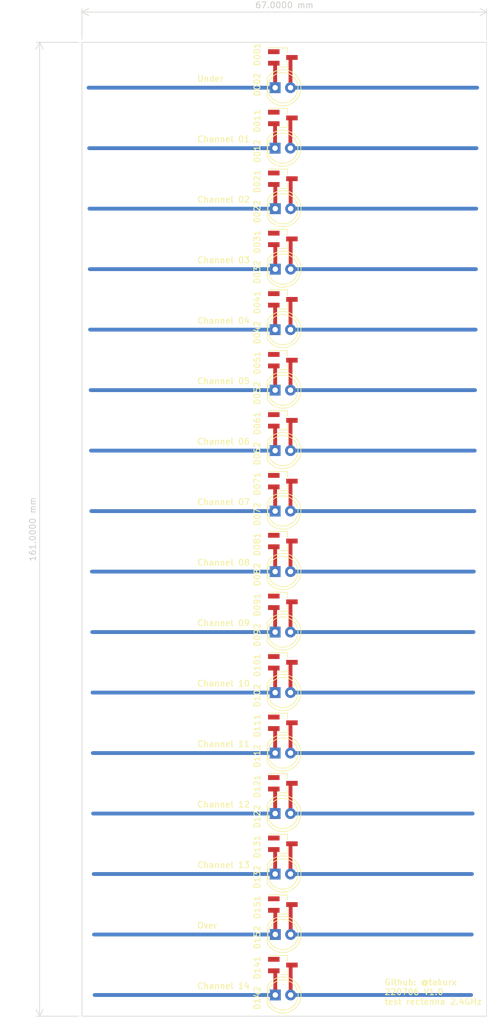
<source format=kicad_pcb>
(kicad_pcb (version 20211014) (generator pcbnew)
  (title_block (title "test rectenna 2.4GHz PCB") (date "2022-07-06") (rev "1.0") (company "drawed by takurx"))
  (layers (0 "F.Cu" signal) (31 "B.Cu" signal) (34 "B.Paste" user) (35 "F.Paste" user) (36 "B.SilkS" user "B.Silkscreen") (37 "F.SilkS" user "F.Silkscreen") (38 "B.Mask" user) (39 "F.Mask" user) (44 "Edge.Cuts" user))
  (net 0 "")
  (net 1 "Net-(D001-Pad1)")
  (net 2 "Net-(D001-Pad2)")
  (net 3 "Net-(D011-Pad1)")
  (net 4 "Net-(D011-Pad2)")
  (net 5 "Net-(D021-Pad1)")
  (net 6 "Net-(D021-Pad2)")
  (net 7 "Net-(D031-Pad1)")
  (net 8 "Net-(D031-Pad2)")
  (net 9 "Net-(D042-Pad1)")
  (net 10 "Net-(D042-Pad2)")
  (net 11 "Net-(D051-Pad1)")
  (net 12 "Net-(D051-Pad2)")
  (net 13 "Net-(D061-Pad1)")
  (net 14 "Net-(D061-Pad2)")
  (net 15 "Net-(D071-Pad1)")
  (net 16 "Net-(D071-Pad2)")
  (net 17 "Net-(D081-Pad1)")
  (net 18 "Net-(D081-Pad2)")
  (net 19 "Net-(D091-Pad1)")
  (net 20 "Net-(D091-Pad2)")
  (net 21 "Net-(D101-Pad1)")
  (net 22 "Net-(D101-Pad2)")
  (net 23 "Net-(D111-Pad1)")
  (net 24 "Net-(D111-Pad2)")
  (net 25 "Net-(D121-Pad1)")
  (net 26 "Net-(D121-Pad2)")
  (net 27 "Net-(D131-Pad1)")
  (net 28 "Net-(D131-Pad2)")
  (net 29 "Net-(D141-Pad1)")
  (net 30 "Net-(D141-Pad2)")
  (net 31 "Net-(D151-Pad1)")
  (net 32 "Net-(D151-Pad2)")
  (footprint "kicad_teTra_footprint:1SS154_SOT-23_Handsoldering" (layer "F.Cu") (at 121.25 168.55)
    (fp_text reference "D151" (at -4.25 0.45 90) (layer "F.SilkS"))
    (fp_text value "DIODE")
    (fp_line (start 0.76 -1.58) (end -2.4 -1.58) (layer "F.SilkS") (width 0.12))
    (fp_line (start 0.76 1.58) (end 0.76 0.65) (layer "F.SilkS") (width 0.12))
    (fp_line (start 0.76 1.58) (end -0.7 1.58) (layer "F.SilkS") (width 0.12))
    (fp_line (start 0.76 -1.58) (end 0.76 -0.65) (layer "F.SilkS") (width 0.12))
    (pad "" smd rect (at -1.5 -0.95) (size 1.9 0.8) (layers "F.Cu" "F.Paste" "F.Mask"))
    (pad "1" smd rect (at -1.5 0.95) (size 1.9 0.8) (layers "F.Cu" "F.Paste" "F.Mask") (net 31 "Net-(D151-Pad1)"))
    (pad "2" smd rect (at 1.5 0) (size 1.9 0.8) (layers "F.Cu" "F.Paste" "F.Mask") (net 32 "Net-(D151-Pad2)"))
  )
  (footprint "LED_THT:LED_D5.0mm" (layer "F.Cu") (at 120 53.5)
    (fp_text reference "D022" (at -3 0.5 90) (layer "F.SilkS"))
    (fp_text value "LED")
    (fp_line (start -1.29 -1.545) (end -1.29 1.545) (layer "F.SilkS") (width 0.12))
    (fp_arc (start -1.29 -1.54483) (mid 2.072002 -2.880433) (end 4.26 0.000462) (layer "F.SilkS") (width 0.12))
    (fp_arc (start 4.26 -0.000462) (mid 2.072002 2.880433) (end -1.29 1.54483) (layer "F.SilkS") (width 0.12))
    (fp_circle (center 1.27 0) (end 3.77 0) (layer "F.SilkS") (width 0.12) (fill none))
    (pad "1" thru_hole rect locked (at 0 0) (size 1.8 1.8) (drill 0.9) (layers *.Cu *.Mask) (net 5 "Net-(D021-Pad1)"))
    (pad "2" thru_hole circle locked (at 2.54 0) (size 1.8 1.8) (drill 0.9) (layers *.Cu *.Mask) (net 6 "Net-(D021-Pad2)"))
  )
  (footprint "kicad_teTra_footprint:1SS154_SOT-23_Handsoldering" (layer "F.Cu") (at 121.25 178.55)
    (fp_text reference "D141" (at -4.25 0.45 90) (layer "F.SilkS"))
    (fp_text value "DIODE")
    (fp_line (start 0.76 1.58) (end 0.76 0.65) (layer "F.SilkS") (width 0.12))
    (fp_line (start 0.76 -1.58) (end -2.4 -1.58) (layer "F.SilkS") (width 0.12))
    (fp_line (start 0.76 1.58) (end -0.7 1.58) (layer "F.SilkS") (width 0.12))
    (fp_line (start 0.76 -1.58) (end 0.76 -0.65) (layer "F.SilkS") (width 0.12))
    (pad "" smd rect (at -1.5 -0.95) (size 1.9 0.8) (layers "F.Cu" "F.Paste" "F.Mask"))
    (pad "1" smd rect (at -1.5 0.95) (size 1.9 0.8) (layers "F.Cu" "F.Paste" "F.Mask") (net 29 "Net-(D141-Pad1)"))
    (pad "2" smd rect (at 1.5 0) (size 1.9 0.8) (layers "F.Cu" "F.Paste" "F.Mask") (net 30 "Net-(D141-Pad2)"))
  )
  (footprint "LED_THT:LED_D5.0mm" (layer "F.Cu") (at 119.975 123.5)
    (fp_text reference "D092" (at -2.975 0.5 90) (layer "F.SilkS"))
    (fp_text value "LED")
    (fp_line (start -1.29 -1.545) (end -1.29 1.545) (layer "F.SilkS") (width 0.12))
    (fp_arc (start -1.29 -1.54483) (mid 2.072002 -2.880433) (end 4.26 0.000462) (layer "F.SilkS") (width 0.12))
    (fp_arc (start 4.26 -0.000462) (mid 2.072002 2.880433) (end -1.29 1.54483) (layer "F.SilkS") (width 0.12))
    (fp_circle (center 1.27 0) (end 3.77 0) (layer "F.SilkS") (width 0.12) (fill none))
    (pad "1" thru_hole rect locked (at 0 0) (size 1.8 1.8) (drill 0.9) (layers *.Cu *.Mask) (net 19 "Net-(D091-Pad1)"))
    (pad "2" thru_hole circle locked (at 2.54 0) (size 1.8 1.8) (drill 0.9) (layers *.Cu *.Mask) (net 20 "Net-(D091-Pad2)"))
  )
  (footprint "LED_THT:LED_D5.0mm" (layer "F.Cu") (at 119.975 143.5)
    (fp_text reference "D112" (at -2.975 0.5 90) (layer "F.SilkS"))
    (fp_text value "LED")
    (fp_line (start -1.29 -1.545) (end -1.29 1.545) (layer "F.SilkS") (width 0.12))
    (fp_arc (start 4.26 -0.000462) (mid 2.072002 2.880433) (end -1.29 1.54483) (layer "F.SilkS") (width 0.12))
    (fp_arc (start -1.29 -1.54483) (mid 2.072002 -2.880433) (end 4.26 0.000462) (layer "F.SilkS") (width 0.12))
    (fp_circle (center 1.27 0) (end 3.77 0) (layer "F.SilkS") (width 0.12) (fill none))
    (pad "1" thru_hole rect locked (at 0 0) (size 1.8 1.8) (drill 0.9) (layers *.Cu *.Mask) (net 23 "Net-(D111-Pad1)"))
    (pad "2" thru_hole circle locked (at 2.54 0) (size 1.8 1.8) (drill 0.9) (layers *.Cu *.Mask) (net 24 "Net-(D111-Pad2)"))
  )
  (footprint "LED_THT:LED_D5.0mm" (layer "F.Cu") (at 119.975 133.5)
    (fp_text reference "D102" (at -2.975 0.5 90) (layer "F.SilkS"))
    (fp_text value "LED")
    (fp_line (start -1.29 -1.545) (end -1.29 1.545) (layer "F.SilkS") (width 0.12))
    (fp_arc (start 4.26 -0.000462) (mid 2.072002 2.880433) (end -1.29 1.54483) (layer "F.SilkS") (width 0.12))
    (fp_arc (start -1.29 -1.54483) (mid 2.072002 -2.880433) (end 4.26 0.000462) (layer "F.SilkS") (width 0.12))
    (fp_circle (center 1.27 0) (end 3.77 0) (layer "F.SilkS") (width 0.12) (fill none))
    (pad "1" thru_hole rect locked (at 0 0) (size 1.8 1.8) (drill 0.9) (layers *.Cu *.Mask) (net 21 "Net-(D101-Pad1)"))
    (pad "2" thru_hole circle locked (at 2.54 0) (size 1.8 1.8) (drill 0.9) (layers *.Cu *.Mask) (net 22 "Net-(D101-Pad2)"))
  )
  (footprint "kicad_teTra_footprint:1SS154_SOT-23_Handsoldering" (layer "F.Cu") (at 121.25 108.45)
    (fp_text reference "D081" (at -4.25 0.55 90) (layer "F.SilkS"))
    (fp_text value "DIODE")
    (fp_line (start 0.76 1.58) (end -0.7 1.58) (layer "F.SilkS") (width 0.12))
    (fp_line (start 0.76 -1.58) (end 0.76 -0.65) (layer "F.SilkS") (width 0.12))
    (fp_line (start 0.76 1.58) (end 0.76 0.65) (layer "F.SilkS") (width 0.12))
    (fp_line (start 0.76 -1.58) (end -2.4 -1.58) (layer "F.SilkS") (width 0.12))
    (pad "" smd rect (at -1.5 -0.95) (size 1.9 0.8) (layers "F.Cu" "F.Paste" "F.Mask"))
    (pad "1" smd rect (at -1.5 0.95) (size 1.9 0.8) (layers "F.Cu" "F.Paste" "F.Mask") (net 17 "Net-(D081-Pad1)"))
    (pad "2" smd rect (at 1.5 0) (size 1.9 0.8) (layers "F.Cu" "F.Paste" "F.Mask") (net 18 "Net-(D081-Pad2)"))
  )
  (footprint "kicad_teTra_footprint:1SS154_SOT-23_Handsoldering" (layer "F.Cu") (at 121.25 78.55)
    (fp_text reference "D051" (at -4.25 0.45 90) (layer "F.SilkS"))
    (fp_text value "DIODE")
    (fp_line (start 0.76 -1.58) (end 0.76 -0.65) (layer "F.SilkS") (width 0.12))
    (fp_line (start 0.76 -1.58) (end -2.4 -1.58) (layer "F.SilkS") (width 0.12))
    (fp_line (start 0.76 1.58) (end 0.76 0.65) (layer "F.SilkS") (width 0.12))
    (fp_line (start 0.76 1.58) (end -0.7 1.58) (layer "F.SilkS") (width 0.12))
    (pad "" smd rect (at -1.5 -0.95) (size 1.9 0.8) (layers "F.Cu" "F.Paste" "F.Mask"))
    (pad "1" smd rect (at -1.5 0.95) (size 1.9 0.8) (layers "F.Cu" "F.Paste" "F.Mask") (net 11 "Net-(D051-Pad1)"))
    (pad "2" smd rect (at 1.5 0) (size 1.9 0.8) (layers "F.Cu" "F.Paste" "F.Mask") (net 12 "Net-(D051-Pad2)"))
  )
  (footprint "LED_THT:LED_D5.0mm" (layer "F.Cu") (at 119.975 163.5)
    (fp_text reference "D132" (at -2.975 0.5 90) (layer "F.SilkS"))
    (fp_text value "LED")
    (fp_line (start -1.29 -1.545) (end -1.29 1.545) (layer "F.SilkS") (width 0.12))
    (fp_arc (start 4.26 -0.000462) (mid 2.072002 2.880433) (end -1.29 1.54483) (layer "F.SilkS") (width 0.12))
    (fp_arc (start -1.29 -1.54483) (mid 2.072002 -2.880433) (end 4.26 0.000462) (layer "F.SilkS") (width 0.12))
    (fp_circle (center 1.27 0) (end 3.77 0) (layer "F.SilkS") (width 0.12) (fill none))
    (pad "1" thru_hole rect locked (at 0 0) (size 1.8 1.8) (drill 0.9) (layers *.Cu *.Mask) (net 27 "Net-(D131-Pad1)"))
    (pad "2" thru_hole circle locked (at 2.54 0) (size 1.8 1.8) (drill 0.9) (layers *.Cu *.Mask) (net 28 "Net-(D131-Pad2)"))
  )
  (footprint "kicad_teTra_footprint:1SS154_SOT-23_Handsoldering" (layer "F.Cu") (at 121.25 98.55)
    (fp_text reference "D071" (at -4.25 0.45 90) (layer "F.SilkS"))
    (fp_text value "DIODE")
    (fp_line (start 0.76 1.58) (end 0.76 0.65) (layer "F.SilkS") (width 0.12))
    (fp_line (start 0.76 1.58) (end -0.7 1.58) (layer "F.SilkS") (width 0.12))
    (fp_line (start 0.76 -1.58) (end -2.4 -1.58) (layer "F.SilkS") (width 0.12))
    (fp_line (start 0.76 -1.58) (end 0.76 -0.65) (layer "F.SilkS") (width 0.12))
    (pad "" smd rect (at -1.5 -0.95) (size 1.9 0.8) (layers "F.Cu" "F.Paste" "F.Mask"))
    (pad "1" smd rect (at -1.5 0.95) (size 1.9 0.8) (layers "F.Cu" "F.Paste" "F.Mask") (net 15 "Net-(D071-Pad1)"))
    (pad "2" smd rect (at 1.5 0) (size 1.9 0.8) (layers "F.Cu" "F.Paste" "F.Mask") (net 16 "Net-(D071-Pad2)"))
  )
  (footprint "kicad_teTra_footprint:1SS154_SOT-23_Handsoldering" (layer "F.Cu") (at 121.25 138.5)
    (fp_text reference "D111" (at -4.25 0.5 90) (layer "F.SilkS"))
    (fp_text value "DIODE")
    (fp_line (start 0.76 -1.58) (end -2.4 -1.58) (layer "F.SilkS") (width 0.12))
    (fp_line (start 0.76 1.58) (end -0.7 1.58) (layer "F.SilkS") (width 0.12))
    (fp_line (start 0.76 1.58) (end 0.76 0.65) (layer "F.SilkS") (width 0.12))
    (fp_line (start 0.76 -1.58) (end 0.76 -0.65) (layer "F.SilkS") (width 0.12))
    (pad "" smd rect (at -1.5 -0.95) (size 1.9 0.8) (layers "F.Cu" "F.Paste" "F.Mask"))
    (pad "1" smd rect (at -1.5 0.95) (size 1.9 0.8) (layers "F.Cu" "F.Paste" "F.Mask") (net 23 "Net-(D111-Pad1)"))
    (pad "2" smd rect (at 1.5 0) (size 1.9 0.8) (layers "F.Cu" "F.Paste" "F.Mask") (net 24 "Net-(D111-Pad2)"))
  )
  (footprint "kicad_teTra_footprint:1SS154_SOT-23_Handsoldering" (layer "F.Cu") (at 121.25 148.5)
    (fp_text reference "D121" (at -4.25 0.5 90) (layer "F.SilkS"))
    (fp_text value "DIODE")
    (fp_line (start 0.76 1.58) (end 0.76 0.65) (layer "F.SilkS") (width 0.12))
    (fp_line (start 0.76 1.58) (end -0.7 1.58) (layer "F.SilkS") (width 0.12))
    (fp_line (start 0.76 -1.58) (end -2.4 -1.58) (layer "F.SilkS") (width 0.12))
    (fp_line (start 0.76 -1.58) (end 0.76 -0.65) (layer "F.SilkS") (width 0.12))
    (pad "" smd rect (at -1.5 -0.95) (size 1.9 0.8) (layers "F.Cu" "F.Paste" "F.Mask"))
    (pad "1" smd rect (at -1.5 0.95) (size 1.9 0.8) (layers "F.Cu" "F.Paste" "F.Mask") (net 25 "Net-(D121-Pad1)"))
    (pad "2" smd rect (at 1.5 0) (size 1.9 0.8) (layers "F.Cu" "F.Paste" "F.Mask") (net 26 "Net-(D121-Pad2)"))
  )
  (footprint "LED_THT:LED_D5.0mm" (layer "F.Cu") (at 120 173.5)
    (fp_text reference "D152" (at -3 0.5 90) (layer "F.SilkS"))
    (fp_text value "LED")
    (fp_line (start -1.29 -1.545) (end -1.29 1.545) (layer "F.SilkS") (width 0.12))
    (fp_arc (start 4.26 -0.000462) (mid 2.072002 2.880433) (end -1.29 1.54483) (layer "F.SilkS") (width 0.12))
    (fp_arc (start -1.29 -1.54483) (mid 2.072002 -2.880433) (end 4.26 0.000462) (layer "F.SilkS") (width 0.12))
    (fp_circle (center 1.27 0) (end 3.77 0) (layer "F.SilkS") (width 0.12) (fill none))
    (pad "1" thru_hole rect locked (at 0 0) (size 1.8 1.8) (drill 0.9) (layers *.Cu *.Mask) (net 31 "Net-(D151-Pad1)"))
    (pad "2" thru_hole circle locked (at 2.54 0) (size 1.8 1.8) (drill 0.9) (layers *.Cu *.Mask) (net 32 "Net-(D151-Pad2)"))
  )
  (footprint "kicad_teTra_footprint:1SS154_SOT-23_Handsoldering" (layer "F.Cu") (at 121.25 38.5)
    (fp_text reference "D011" (at -4.25 0.5 90) (layer "F.SilkS"))
    (fp_text value "DIODE")
    (fp_line (start 0.76 -1.58) (end -2.4 -1.58) (layer "F.SilkS") (width 0.12))
    (fp_line (start 0.76 1.58) (end 0.76 0.65) (layer "F.SilkS") (width 0.12))
    (fp_line (start 0.76 1.58) (end -0.7 1.58) (layer "F.SilkS") (width 0.12))
    (fp_line (start 0.76 -1.58) (end 0.76 -0.65) (layer "F.SilkS") (width 0.12))
    (pad "" smd rect (at -1.5 -0.95) (size 1.9 0.8) (layers "F.Cu" "F.Paste" "F.Mask"))
    (pad "1" smd rect (at -1.5 0.95) (size 1.9 0.8) (layers "F.Cu" "F.Paste" "F.Mask") (net 3 "Net-(D011-Pad1)"))
    (pad "2" smd rect (at 1.5 0) (size 1.9 0.8) (layers "F.Cu" "F.Paste" "F.Mask") (net 4 "Net-(D011-Pad2)"))
  )
  (footprint "kicad_teTra_footprint:1SS154_SOT-23_Handsoldering" (layer "F.Cu") (at 121.25 28.5)
    (fp_text reference "D001" (at -4.25 -0.5 90) (layer "F.SilkS"))
    (fp_text value "DIODE")
    (fp_line (start 0.76 -1.58) (end 0.76 -0.65) (layer "F.SilkS") (width 0.12))
    (fp_line (start 0.76 1.58) (end 0.76 0.65) (layer "F.SilkS") (width 0.12))
    (fp_line (start 0.76 1.58) (end -0.7 1.58) (layer "F.SilkS") (width 0.12))
    (fp_line (start 0.76 -1.58) (end -2.4 -1.58) (layer "F.SilkS") (width 0.12))
    (pad "" smd rect (at -1.5 -0.95) (size 1.9 0.8) (layers "F.Cu" "F.Paste" "F.Mask"))
    (pad "1" smd rect (at -1.5 0.95) (size 1.9 0.8) (layers "F.Cu" "F.Paste" "F.Mask") (net 1 "Net-(D001-Pad1)"))
    (pad "2" smd rect (at 1.5 0) (size 1.9 0.8) (layers "F.Cu" "F.Paste" "F.Mask") (net 2 "Net-(D001-Pad2)"))
  )
  (footprint "LED_THT:LED_D5.0mm" (layer "F.Cu") (at 119.975 33.5)
    (fp_text reference "D002" (at -2.975 -0.5 90) (layer "F.SilkS"))
    (fp_text value "LED")
    (fp_line (start -1.29 -1.545) (end -1.29 1.545) (layer "F.SilkS") (width 0.12))
    (fp_arc (start -1.29 -1.54483) (mid 2.072002 -2.880433) (end 4.26 0.000462) (layer "F.SilkS") (width 0.12))
    (fp_arc (start 4.26 -0.000462) (mid 2.072002 2.880433) (end -1.29 1.54483) (layer "F.SilkS") (width 0.12))
    (fp_circle (center 1.27 0) (end 3.77 0) (layer "F.SilkS") (width 0.12) (fill none))
    (pad "1" thru_hole rect locked (at 0 0) (size 1.8 1.8) (drill 0.9) (layers *.Cu *.Mask) (net 1 "Net-(D001-Pad1)"))
    (pad "2" thru_hole circle locked (at 2.54 0) (size 1.8 1.8) (drill 0.9) (layers *.Cu *.Mask) (net 2 "Net-(D001-Pad2)"))
  )
  (footprint "LED_THT:LED_D5.0mm" (layer "F.Cu") (at 119.975 93.5)
    (fp_text reference "D062" (at -2.975 0.5 90) (layer "F.SilkS"))
    (fp_text value "LED")
    (fp_line (start -1.29 -1.545) (end -1.29 1.545) (layer "F.SilkS") (width 0.12))
    (fp_arc (start 4.26 -0.000462) (mid 2.072002 2.880433) (end -1.29 1.54483) (layer "F.SilkS") (width 0.12))
    (fp_arc (start -1.29 -1.54483) (mid 2.072002 -2.880433) (end 4.26 0.000462) (layer "F.SilkS") (width 0.12))
    (fp_circle (center 1.27 0) (end 3.77 0) (layer "F.SilkS") (width 0.12) (fill none))
    (pad "1" thru_hole rect locked (at 0 0) (size 1.8 1.8) (drill 0.9) (layers *.Cu *.Mask) (net 13 "Net-(D061-Pad1)"))
    (pad "2" thru_hole circle locked (at 2.54 0) (size 1.8 1.8) (drill 0.9) (layers *.Cu *.Mask) (net 14 "Net-(D061-Pad2)"))
  )
  (footprint "kicad_teTra_footprint:1SS154_SOT-23_Handsoldering" (layer "F.Cu") (at 121.25 88.5)
    (fp_text reference "D061" (at -4.25 0.5 90) (layer "F.SilkS"))
    (fp_text value "DIODE")
    (fp_line (start 0.76 1.58) (end -0.7 1.58) (layer "F.SilkS") (width 0.12))
    (fp_line (start 0.76 1.58) (end 0.76 0.65) (layer "F.SilkS") (width 0.12))
    (fp_line (start 0.76 -1.58) (end 0.76 -0.65) (layer "F.SilkS") (width 0.12))
    (fp_line (start 0.76 -1.58) (end -2.4 -1.58) (layer "F.SilkS") (width 0.12))
    (pad "" smd rect (at -1.5 -0.95) (size 1.9 0.8) (layers "F.Cu" "F.Paste" "F.Mask"))
    (pad "1" smd rect (at -1.5 0.95) (size 1.9 0.8) (layers "F.Cu" "F.Paste" "F.Mask") (net 13 "Net-(D061-Pad1)"))
    (pad "2" smd rect (at 1.5 0) (size 1.9 0.8) (layers "F.Cu" "F.Paste" "F.Mask") (net 14 "Net-(D061-Pad2)"))
  )
  (footprint "kicad_teTra_footprint:1SS154_SOT-23_Handsoldering" (layer "F.Cu") (at 121.25 58.5)
    (fp_text reference "D031" (at -4.25 0.5 90) (layer "F.SilkS"))
    (fp_text value "DIODE")
    (fp_line (start 0.76 -1.58) (end -2.4 -1.58) (layer "F.SilkS") (width 0.12))
    (fp_line (start 0.76 -1.58) (end 0.76 -0.65) (layer "F.SilkS") (width 0.12))
    (fp_line (start 0.76 1.58) (end -0.7 1.58) (layer "F.SilkS") (width 0.12))
    (fp_line (start 0.76 1.58) (end 0.76 0.65) (layer "F.SilkS") (width 0.12))
    (pad "" smd rect (at -1.5 -0.95) (size 1.9 0.8) (layers "F.Cu" "F.Paste" "F.Mask"))
    (pad "1" smd rect (at -1.5 0.95) (size 1.9 0.8) (layers "F.Cu" "F.Paste" "F.Mask") (net 7 "Net-(D031-Pad1)"))
    (pad "2" smd rect (at 1.5 0) (size 1.9 0.8) (layers "F.Cu" "F.Paste" "F.Mask") (net 8 "Net-(D031-Pad2)"))
  )
  (footprint "LED_THT:LED_D5.0mm" (layer "F.Cu") (at 119.975 103.5)
    (fp_text reference "D072" (at -2.975 0.5 90) (layer "F.SilkS"))
    (fp_text value "LED")
    (fp_line (start -1.29 -1.545) (end -1.29 1.545) (layer "F.SilkS") (width 0.12))
    (fp_arc (start 4.26 -0.000462) (mid 2.072002 2.880433) (end -1.29 1.54483) (layer "F.SilkS") (width 0.12))
    (fp_arc (start -1.29 -1.54483) (mid 2.072002 -2.880433) (end 4.26 0.000462) (layer "F.SilkS") (width 0.12))
    (fp_circle (center 1.27 0) (end 3.77 0) (layer "F.SilkS") (width 0.12) (fill none))
    (pad "1" thru_hole rect locked (at 0 0) (size 1.8 1.8) (drill 0.9) (layers *.Cu *.Mask) (net 15 "Net-(D071-Pad1)"))
    (pad "2" thru_hole circle locked (at 2.54 0) (size 1.8 1.8) (drill 0.9) (layers *.Cu *.Mask) (net 16 "Net-(D071-Pad2)"))
  )
  (footprint "LED_THT:LED_D5.0mm" (layer "F.Cu") (at 119.975 73.5)
    (fp_text reference "D042" (at -2.975 0.5 90) (layer "F.SilkS"))
    (fp_text value "LED")
    (fp_line (start -1.29 -1.545) (end -1.29 1.545) (layer "F.SilkS") (width 0.12))
    (fp_arc (start -1.29 -1.54483) (mid 2.072002 -2.880433) (end 4.26 0.000462) (layer "F.SilkS") (width 0.12))
    (fp_arc (start 4.26 -0.000462) (mid 2.072002 2.880433) (end -1.29 1.54483) (layer "F.SilkS") (width 0.12))
    (fp_circle (center 1.27 0) (end 3.77 0) (layer "F.SilkS") (width 0.12) (fill none))
    (pad "1" thru_hole rect locked (at 0 0) (size 1.8 1.8) (drill 0.9) (layers *.Cu *.Mask) (net 9 "Net-(D042-Pad1)"))
    (pad "2" thru_hole circle locked (at 2.54 0) (size 1.8 1.8) (drill 0.9) (layers *.Cu *.Mask) (net 10 "Net-(D042-Pad2)"))
  )
  (footprint "LED_THT:LED_D5.0mm" (layer "F.Cu") (at 119.96 43.5)
    (fp_text reference "D012" (at -2.96 0.5 90) (layer "F.SilkS"))
    (fp_text value "LED")
    (fp_line (start -1.29 -1.545) (end -1.29 1.545) (layer "F.SilkS") (width 0.12))
    (fp_arc (start -1.29 -1.54483) (mid 2.072002 -2.880433) (end 4.26 0.000462) (layer "F.SilkS") (width 0.12))
    (fp_arc (start 4.26 -0.000462) (mid 2.072002 2.880433) (end -1.29 1.54483) (layer "F.SilkS") (width 0.12))
    (fp_circle (center 1.27 0) (end 3.77 0) (layer "F.SilkS") (width 0.12) (fill none))
    (pad "1" thru_hole rect locked (at 0 0) (size 1.8 1.8) (drill 0.9) (layers *.Cu *.Mask) (net 3 "Net-(D011-Pad1)"))
    (pad "2" thru_hole circle locked (at 2.54 0) (size 1.8 1.8) (drill 0.9) (layers *.Cu *.Mask) (net 4 "Net-(D011-Pad2)"))
  )
  (footprint "LED_THT:LED_D5.0mm" (layer "F.Cu") (at 120 63.5)
    (fp_text reference "D032" (at -3 0.5 90) (layer "F.SilkS"))
    (fp_text value "LED")
    (fp_line (start -1.29 -1.545) (end -1.29 1.545) (layer "F.SilkS") (width 0.12))
    (fp_arc (start -1.29 -1.54483) (mid 2.072002 -2.880433) (end 4.26 0.000462) (layer "F.SilkS") (width 0.12))
    (fp_arc (start 4.26 -0.000462) (mid 2.072002 2.880433) (end -1.29 1.54483) (layer "F.SilkS") (width 0.12))
    (fp_circle (center 1.27 0) (end 3.77 0) (layer "F.SilkS") (width 0.12) (fill none))
    (pad "1" thru_hole rect locked (at 0 0) (size 1.8 1.8) (drill 0.9) (layers *.Cu *.Mask) (net 7 "Net-(D031-Pad1)"))
    (pad "2" thru_hole circle locked (at 2.54 0) (size 1.8 1.8) (drill 0.9) (layers *.Cu *.Mask) (net 8 "Net-(D031-Pad2)"))
  )
  (footprint "LED_THT:LED_D5.0mm" (layer "F.Cu") (at 119.975 153.5)
    (fp_text reference "D122" (at -2.975 0.5 90) (layer "F.SilkS"))
    (fp_text value "LED")
    (fp_line (start -1.29 -1.545) (end -1.29 1.545) (layer "F.SilkS") (width 0.12))
    (fp_arc (start 4.26 -0.000462) (mid 2.072002 2.880433) (end -1.29 1.54483) (layer "F.SilkS") (width 0.12))
    (fp_arc (start -1.29 -1.54483) (mid 2.072002 -2.880433) (end 4.26 0.000462) (layer "F.SilkS") (width 0.12))
    (fp_circle (center 1.27 0) (end 3.77 0) (layer "F.SilkS") (width 0.12) (fill none))
    (pad "1" thru_hole rect locked (at 0 0) (size 1.8 1.8) (drill 0.9) (layers *.Cu *.Mask) (net 25 "Net-(D121-Pad1)"))
    (pad "2" thru_hole circle locked (at 2.54 0) (size 1.8 1.8) (drill 0.9) (layers *.Cu *.Mask) (net 26 "Net-(D121-Pad2)"))
  )
  (footprint "kicad_teTra_footprint:1SS154_SOT-23_Handsoldering" (layer "F.Cu") (at 121.25 158.5)
    (fp_text reference "D131" (at -4.25 0.5 90) (layer "F.SilkS"))
    (fp_text value "DIODE")
    (fp_line (start 0.76 -1.58) (end -2.4 -1.58) (layer "F.SilkS") (width 0.12))
    (fp_line (start 0.76 -1.58) (end 0.76 -0.65) (layer "F.SilkS") (width 0.12))
    (fp_line (start 0.76 1.58) (end -0.7 1.58) (layer "F.SilkS") (width 0.12))
    (fp_line (start 0.76 1.58) (end 0.76 0.65) (layer "F.SilkS") (width 0.12))
    (pad "" smd rect (at -1.5 -0.95) (size 1.9 0.8) (layers "F.Cu" "F.Paste" "F.Mask"))
    (pad "1" smd rect (at -1.5 0.95) (size 1.9 0.8) (layers "F.Cu" "F.Paste" "F.Mask") (net 27 "Net-(D131-Pad1)"))
    (pad "2" smd rect (at 1.5 0) (size 1.9 0.8) (layers "F.Cu" "F.Paste" "F.Mask") (net 28 "Net-(D131-Pad2)"))
  )
  (footprint "LED_THT:LED_D5.0mm" (layer "F.Cu") (at 119.975 113.5)
    (fp_text reference "D082" (at -2.975 0.5 90) (layer "F.SilkS"))
    (fp_text value "LED")
    (fp_line (start -1.29 -1.545) (end -1.29 1.545) (layer "F.SilkS") (width 0.12))
    (fp_arc (start 4.26 -0.000462) (mid 2.072002 2.880433) (end -1.29 1.54483) (layer "F.SilkS") (width 0.12))
    (fp_arc (start -1.29 -1.54483) (mid 2.072002 -2.880433) (end 4.26 0.000462) (layer "F.SilkS") (width 0.12))
    (fp_circle (center 1.27 0) (end 3.77 0) (layer "F.SilkS") (width 0.12) (fill none))
    (pad "1" thru_hole rect locked (at 0 0) (size 1.8 1.8) (drill 0.9) (layers *.Cu *.Mask) (net 17 "Net-(D081-Pad1)"))
    (pad "2" thru_hole circle locked (at 2.54 0) (size 1.8 1.8) (drill 0.9) (layers *.Cu *.Mask) (net 18 "Net-(D081-Pad2)"))
  )
  (footprint "kicad_teTra_footprint:1SS154_SOT-23_Handsoldering" (layer "F.Cu") (at 121.25 48.55)
    (fp_text reference "D021" (at -4.25 0.45 90) (layer "F.SilkS"))
    (fp_text value "DIODE")
    (fp_line (start 0.76 1.58) (end -0.7 1.58) (layer "F.SilkS") (width 0.12))
    (fp_line (start 0.76 -1.58) (end 0.76 -0.65) (layer "F.SilkS") (width 0.12))
    (fp_line (start 0.76 1.58) (end 0.76 0.65) (layer "F.SilkS") (width 0.12))
    (fp_line (start 0.76 -1.58) (end -2.4 -1.58) (layer "F.SilkS") (width 0.12))
    (pad "" smd rect (at -1.5 -0.95) (size 1.9 0.8) (layers "F.Cu" "F.Paste" "F.Mask"))
    (pad "1" smd rect (at -1.5 0.95) (size 1.9 0.8) (layers "F.Cu" "F.Paste" "F.Mask") (net 5 "Net-(D021-Pad1)"))
    (pad "2" smd rect (at 1.5 0) (size 1.9 0.8) (layers "F.Cu" "F.Paste" "F.Mask") (net 6 "Net-(D021-Pad2)"))
  )
  (footprint "kicad_teTra_footprint:1SS154_SOT-23_Handsoldering" (layer "F.Cu") (at 121.25 68.5)
    (fp_text reference "D041" (at -4.25 0.5 90) (layer "F.SilkS"))
    (fp_text value "DIODE")
    (fp_line (start 0.76 -1.58) (end -2.4 -1.58) (layer "F.SilkS") (width 0.12))
    (fp_line (start 0.76 -1.58) (end 0.76 -0.65) (layer "F.SilkS") (width 0.12))
    (fp_line (start 0.76 1.58) (end -0.7 1.58) (layer "F.SilkS") (width 0.12))
    (fp_line (start 0.76 1.58) (end 0.76 0.65) (layer "F.SilkS") (width 0.12))
    (pad "" smd rect (at -1.5 -0.95) (size 1.9 0.8) (layers "F.Cu" "F.Paste" "F.Mask"))
    (pad "1" smd rect (at -1.5 0.95) (size 1.9 0.8) (layers "F.Cu" "F.Paste" "F.Mask") (net 9 "Net-(D042-Pad1)"))
    (pad "2" smd rect (at 1.5 0) (size 1.9 0.8) (layers "F.Cu" "F.Paste" "F.Mask") (net 10 "Net-(D042-Pad2)"))
  )
  (footprint "kicad_teTra_footprint:1SS154_SOT-23_Handsoldering" (layer "F.Cu") (at 121.25 118.5)
    (fp_text reference "D091" (at -4.25 0.5 90) (layer "F.SilkS"))
    (fp_text value "DIODE")
    (fp_line (start 0.76 1.58) (end 0.76 0.65) (layer "F.SilkS") (width 0.12))
    (fp_line (start 0.76 -1.58) (end -2.4 -1.58) (layer "F.SilkS") (width 0.12))
    (fp_line (start 0.76 1.58) (end -0.7 1.58) (layer "F.SilkS") (width 0.12))
    (fp_line (start 0.76 -1.58) (end 0.76 -0.65) (layer "F.SilkS") (width 0.12))
    (pad "" smd rect (at -1.5 -0.95) (size 1.9 0.8) (layers "F.Cu" "F.Paste" "F.Mask"))
    (pad "1" smd rect (at -1.5 0.95) (size 1.9 0.8) (layers "F.Cu" "F.Paste" "F.Mask") (net 19 "Net-(D091-Pad1)"))
    (pad "2" smd rect (at 1.5 0) (size 1.9 0.8) (layers "F.Cu" "F.Paste" "F.Mask") (net 20 "Net-(D091-Pad2)"))
  )
  (footprint "kicad_teTra_footprint:1SS154_SOT-23_Handsoldering" (layer "F.Cu") (at 121.25 128.5)
    (fp_text reference "D101" (at -4.25 0.5 90) (layer "F.SilkS"))
    (fp_text value "DIODE")
    (fp_line (start 0.76 -1.58) (end 0.76 -0.65) (layer "F.SilkS") (width 0.12))
    (fp_line (start 0.76 -1.58) (end -2.4 -1.58) (layer "F.SilkS") (width 0.12))
    (fp_line (start 0.76 1.58) (end -0.7 1.58) (layer "F.SilkS") (width 0.12))
    (fp_line (start 0.76 1.58) (end 0.76 0.65) (layer "F.SilkS") (width 0.12))
    (pad "" smd rect (at -1.5 -0.95) (size 1.9 0.8) (layers "F.Cu" "F.Paste" "F.Mask"))
    (pad "1" smd rect (at -1.5 0.95) (size 1.9 0.8) (layers "F.Cu" "F.Paste" "F.Mask") (net 21 "Net-(D101-Pad1)"))
    (pad "2" smd rect (at 1.5 0) (size 1.9 0.8) (layers "F.Cu" "F.Paste" "F.Mask") (net 22 "Net-(D101-Pad2)"))
  )
  (footprint "LED_THT:LED_D5.0mm" (layer "F.Cu") (at 119.975 83.5)
    (fp_text reference "D052" (at -2.975 0.5 90) (layer "F.SilkS"))
    (fp_text value "LED")
    (fp_line (start -1.29 -1.545) (end -1.29 1.545) (layer "F.SilkS") (width 0.12))
    (fp_arc (start 4.26 -0.000462) (mid 2.072002 2.880433) (end -1.29 1.54483) (layer "F.SilkS") (width 0.12))
    (fp_arc (start -1.29 -1.54483) (mid 2.072002 -2.880433) (end 4.26 0.000462) (layer "F.SilkS") (width 0.12))
    (fp_circle (center 1.27 0) (end 3.77 0) (layer "F.SilkS") (width 0.12) (fill none))
    (pad "1" thru_hole rect locked (at 0 0) (size 1.8 1.8) (drill 0.9) (layers *.Cu *.Mask) (net 11 "Net-(D051-Pad1)"))
    (pad "2" thru_hole circle locked (at 2.54 0) (size 1.8 1.8) (drill 0.9) (layers *.Cu *.Mask) (net 12 "Net-(D051-Pad2)"))
  )
  (footprint "LED_THT:LED_D5.0mm" (layer "F.Cu") (at 120 183.5)
    (fp_text reference "D142" (at -3 0.5 90) (layer "F.SilkS"))
    (fp_text value "LED")
    (fp_line (start -1.29 -1.545) (end -1.29 1.545) (layer "F.SilkS") (width 0.12))
    (fp_arc (start -1.29 -1.54483) (mid 2.072002 -2.880433) (end 4.26 0.000462) (layer "F.SilkS") (width 0.12))
    (fp_arc (start 4.26 -0.000462) (mid 2.072002 2.880433) (end -1.29 1.54483) (layer "F.SilkS") (width 0.12))
    (fp_circle (center 1.27 0) (end 3.77 0) (layer "F.SilkS") (width 0.12) (fill none))
    (pad "1" thru_hole rect locked (at 0 0) (size 1.8 1.8) (drill 0.9) (layers *.Cu *.Mask) (net 29 "Net-(D141-Pad1)"))
    (pad "2" thru_hole circle locked (at 2.54 0) (size 1.8 1.8) (drill 0.9) (layers *.Cu *.Mask) (net 30 "Net-(D141-Pad2)"))
  )
  (gr_line (start 155 26) (end 155 187) (layer "Edge.Cuts") (width 0.1))
  (gr_line (start 155 187) (end 88 187) (layer "Edge.Cuts") (width 0.1))
  (gr_line (start 88 187) (end 88 26) (layer "Edge.Cuts") (width 0.1))
  (gr_line (start 88 26) (end 155 26) (layer "Edge.Cuts") (width 0.1))
  (gr_text "Channel 01" (at 107 42) (layer "F.SilkS") (effects (font (size 1 1)) (justify left)))
  (gr_text "Over" (at 107 172) (layer "F.SilkS") (effects (font (size 1 1)) (justify left)))
  (gr_text "Channel 12" (at 107 152) (layer "F.SilkS") (effects (font (size 1 1)) (justify left)))
  (gr_text "Channel 13" (at 107 162) (layer "F.SilkS") (effects (font (size 1 1)) (justify left)))
  (gr_text "Channel 06" (at 107 92) (layer "F.SilkS") (effects (font (size 1 1)) (justify left)))
  (gr_text "Channel 03" (at 107 62) (layer "F.SilkS") (effects (font (size 1 1)) (justify left)))
  (gr_text "Channel 02" (at 107 52) (layer "F.SilkS") (effects (font (size 1 1)) (justify left)))
  (gr_text "Github: @takurx\n220706 V1.0\ntest rectenna 2.4GHz" (at 138 183) (layer "F.SilkS") (effects (font (size 1 1)) (justify left)))
  (gr_text "Channel 05" (at 107 82) (layer "F.SilkS") (effects (font (size 1 1)) (justify left)))
  (gr_text "Channel 07" (at 107 102) (layer "F.SilkS") (effects (font (size 1 1)) (justify left)))
  (gr_text "Channel 14" (at 107 182) (layer "F.SilkS") (effects (font (size 1 1)) (justify left)))
  (gr_text "Channel 09" (at 107 122) (layer "F.SilkS") (effects (font (size 1 1)) (justify left)))
  (gr_text "Channel 08" (at 107 112) (layer "F.SilkS") (effects (font (size 1 1)) (justify left)))
  (gr_text "Channel 04" (at 107 72) (layer "F.SilkS") (effects (font (size 1 1)) (justify left)))
  (gr_text "Channel 11" (at 107 142) (layer "F.SilkS") (effects (font (size 1 1)) (justify left)))
  (gr_text "Channel 10" (at 107 132) (layer "F.SilkS") (effects (font (size 1 1)) (justify left)))
  (gr_text "Under" (at 107 32) (layer "F.SilkS") (effects (font (size 1 1)) (justify left)))
  (dimension (type aligned) (layer "Edge.Cuts") (pts (xy 88 26) (xy 88 187)) (height 7) (gr_text "161.0000 mm" (at 79.85 106.5 90) (layer "Edge.Cuts") (effects (font (size 1 1) (thickness 0.15)))) (format (units 3) (units_format 1) (precision 4)) (style (thickness 0.1) (arrow_length 1.27) (text_position_mode 0) (extension_height 0.58642) (extension_offset 0.5) keep_text_aligned))
  (dimension (type aligned) (layer "Edge.Cuts") (pts (xy 88 26) (xy 155 26)) (height -5) (gr_text "67.0000 mm" (at 121.5 19.85) (layer "Edge.Cuts") (effects (font (size 1 1) (thickness 0.15)))) (format (units 3) (units_format 1) (precision 4)) (style (thickness 0.1) (arrow_length 1.27) (text_position_mode 0) (extension_height 0.58642) (extension_offset 0.5) keep_text_aligned))
  (segment (start 119.975 33.5) (end 119.975 29.675) (width 0.635) (layer "F.Cu") (net 1))
  (segment (start 119.975 29.675) (end 119.75 29.45) (width 0.635) (layer "F.Cu") (net 1))
  (segment (start 119.975 33.5) (end 89.1 33.5) (width 0.635) (layer "B.Cu") (net 1))
  (segment (start 122.515 33.5) (end 122.515 28.735) (width 0.635) (layer "F.Cu") (net 2))
  (segment (start 122.515 28.735) (end 122.75 28.5) (width 0.635) (layer "F.Cu") (net 2))
  (segment (start 122.515 33.5) (end 153.4 33.5) (width 0.635) (layer "B.Cu") (net 2))
  (segment (start 119.96 39.66) (end 119.75 39.45) (width 0.635) (layer "F.Cu") (net 3))
  (segment (start 119.96 43.5) (end 119.96 39.66) (width 0.635) (layer "F.Cu") (net 3))
  (segment (start 119.96 43.5) (end 89.2 43.5) (width 0.635) (layer "B.Cu") (net 3))
  (segment (start 122.5 38.75) (end 122.75 38.5) (width 0.635) (layer "F.Cu") (net 4))
  (segment (start 122.5 43.5) (end 122.5 38.75) (width 0.635) (layer "F.Cu") (net 4))
  (segment (start 122.5 43.5) (end 153.3 43.5) (width 0.635) (layer "B.Cu") (net 4))
  (segment (start 120 49.75) (end 119.75 49.5) (width 0.635) (layer "F.Cu") (net 5))
  (segment (start 120 53.5) (end 120 49.75) (width 0.635) (layer "F.Cu") (net 5))
  (segment (start 120 53.5) (end 89.25 53.5) (width 0.635) (layer "B.Cu") (net 5))
  (segment (start 122.54 48.76) (end 122.75 48.55) (width 0.635) (layer "F.Cu") (net 6))
  (segment (start 122.54 53.5) (end 122.54 48.76) (width 0.635) (layer "F.Cu") (net 6))
  (segment (start 122.54 53.5) (end 153.25 53.5) (width 0.635) (layer "B.Cu") (net 6))
  (segment (start 120 63.5) (end 120 59.7) (width 0.635) (layer "F.Cu") (net 7))
  (segment (start 120 59.7) (end 119.75 59.45) (width 0.635) (layer "F.Cu") (net 7))
  (segment (start 120 63.5) (end 89.3 63.5) (width 0.635) (layer "B.Cu") (net 7))
  (segment (start 122.54 58.71) (end 122.75 58.5) (width 0.635) (layer "F.Cu") (net 8))
  (segment (start 122.54 63.5) (end 122.54 58.71) (width 0.635) (layer "F.Cu") (net 8))
  (segment (start 122.54 63.5) (end 153.2 63.5) (width 0.635) (layer "B.Cu") (net 8))
  (segment (start 119.975 73.5) (end 119.975 69.675) (width 0.635) (layer "F.Cu") (net 9))
  (segment (start 119.975 69.675) (end 119.75 69.45) (width 0.635) (layer "F.Cu") (net 9))
  (segment (start 119.975 73.5) (end 89.35 73.5) (width 0.635) (layer "B.Cu") (net 9))
  (segment (start 122.515 68.735) (end 122.75 68.5) (width 0.635) (layer "F.Cu") (net 10))
  (segment (start 122.515 73.5) (end 122.515 68.735) (width 0.635) (layer "F.Cu") (net 10))
  (segment (start 122.515 73.5) (end 153.15 73.5) (width 0.635) (layer "B.Cu") (net 10))
  (segment (start 119.975 79.725) (end 119.75 79.5) (width 0.635) (layer "F.Cu") (net 11))
  (segment (start 119.975 83.5) (end 119.975 79.725) (width 0.635) (layer "F.Cu") (net 11))
  (segment (start 119.975 83.5) (end 89.45 83.5) (width 0.635) (layer "B.Cu") (net 11))
  (segment (start 122.515 78.785) (end 122.75 78.55) (width 0.635) (layer "F.Cu") (net 12))
  (segment (start 122.515 83.5) (end 122.515 78.785) (width 0.635) (layer "F.Cu") (net 12))
  (segment (start 122.515 83.5) (end 153.05 83.5) (width 0.635) (layer "B.Cu") (net 12))
  (segment (start 119.975 93.5) (end 119.975 89.675) (width 0.635) (layer "F.Cu") (net 13))
  (segment (start 119.975 89.675) (end 119.75 89.45) (width 0.635) (layer "F.Cu") (net 13))
  (segment (start 119.975 93.5) (end 89.5 93.5) (width 0.635) (layer "B.Cu") (net 13))
  (segment (start 122.515 93.5) (end 122.515 88.735) (width 0.635) (layer "F.Cu") (net 14))
  (segment (start 122.515 88.735) (end 122.75 88.5) (width 0.635) (layer "F.Cu") (net 14))
  (segment (start 122.515 93.5) (end 153 93.5) (width 0.635) (layer "B.Cu") (net 14))
  (segment (start 119.975 99.725) (end 119.75 99.5) (width 0.635) (layer "F.Cu") (net 15))
  (segment (start 119.975 103.5) (end 119.975 99.725) (width 0.635) (layer "F.Cu") (net 15))
  (segment (start 119.975 103.5) (end 89.55 103.5) (width 0.635) (layer "B.Cu") (net 15))
  (segment (start 122.515 103.5) (end 122.515 98.785) (width 0.635) (layer "F.Cu") (net 16))
  (segment (start 122.515 98.785) (end 122.75 98.55) (width 0.635) (layer "F.Cu") (net 16))
  (segment (start 122.515 103.5) (end 152.95 103.5) (width 0.635) (layer "B.Cu") (net 16))
  (segment (start 119.975 113.5) (end 119.975 109.625) (width 0.635) (layer "F.Cu") (net 17))
  (segment (start 119.975 109.625) (end 119.75 109.4) (width 0.635) (layer "F.Cu") (net 17))
  (segment (start 119.975 113.5) (end 89.65 113.5) (width 0.635) (layer "B.Cu") (net 17))
  (segment (start 122.515 113.5) (end 122.515 108.685) (width 0.635) (layer "F.Cu") (net 18))
  (segment (start 122.515 108.685) (end 122.75 108.45) (width 0.635) (layer "F.Cu") (net 18))
  (segment (start 122.515 113.5) (end 152.85 113.5) (width 0.635) (layer "B.Cu") (net 18))
  (segment (start 119.975 123.5) (end 119.975 119.675) (width 0.635) (layer "F.Cu") (net 19))
  (segment (start 119.975 119.675) (end 119.75 119.45) (width 0.635) (layer "F.Cu") (net 19))
  (segment (start 119.975 123.5) (end 89.7 123.5) (width 0.635) (layer "B.Cu") (net 19))
  (segment (start 122.515 123.5) (end 122.515 118.735) (width 0.635) (layer "F.Cu") (net 20))
  (segment (start 122.515 118.735) (end 122.75 118.5) (width 0.635) (layer "F.Cu") (net 20))
  (segment (start 122.515 123.5) (end 152.8 123.5) (width 0.635) (layer "B.Cu") (net 20))
  (segment (start 119.975 133.5) (end 119.975 129.675) (width 0.635) (layer "F.Cu") (net 21))
  (segment (start 119.975 129.675) (end 119.75 129.45) (width 0.635) (layer "F.Cu") (net 21))
  (segment (start 119.975 133.5) (end 89.75 133.5) (width 0.635) (layer "B.Cu") (net 21))
  (segment (start 122.515 128.735) (end 122.75 128.5) (width 0.635) (layer "F.Cu") (net 22))
  (segment (start 122.515 133.5) (end 122.515 128.735) (width 0.635) (layer "F.Cu") (net 22))
  (segment (start 122.515 133.5) (end 152.75 133.5) (width 0.635) (layer "B.Cu") (net 22))
  (segment (start 119.975 139.675) (end 119.75 139.45) (width 0.635) (layer "F.Cu") (net 23))
  (segment (start 119.975 143.5) (end 119.975 139.675) (width 0.635) (layer "F.Cu") (net 23))
  (segment (start 119.975 143.5) (end 89.8 143.5) (width 0.635) (layer "B.Cu") (net 23))
  (segment (start 122.515 143.5) (end 122.515 138.735) (width 0.635) (layer "F.Cu") (net 24))
  (segment (start 122.515 138.735) (end 122.75 138.5) (width 0.635) (layer "F.Cu") (net 24))
  (segment (start 122.515 143.5) (end 152.7 143.5) (width 0.635) (layer "B.Cu") (net 24))
  (segment (start 119.975 149.675) (end 119.75 149.45) (width 0.635) (layer "F.Cu") (net 25))
  (segment (start 119.975 153.5) (end 119.975 149.675) (width 0.635) (layer "F.Cu") (net 25))
  (segment (start 119.975 153.5) (end 89.85 153.5) (width 0.635) (layer "B.Cu") (net 25))
  (segment (start 122.515 148.735) (end 122.75 148.5) (width 0.635) (layer "F.Cu") (net 26))
  (segment (start 122.515 153.5) (end 122.515 148.735) (width 0.635) (layer "F.Cu") (net 26))
  (segment (start 122.515 153.5) (end 152.65 153.5) (width 0.635) (layer "B.Cu") (net 26))
  (segment (start 119.975 163.5) (end 119.975 159.675) (width 0.635) (layer "F.Cu") (net 27))
  (segment (start 119.975 159.675) (end 119.75 159.45) (width 0.635) (layer "F.Cu") (net 27))
  (segment (start 119.975 163.5) (end 89.95 163.5) (width 0.635) (layer "B.Cu") (net 27))
  (segment (start 122.515 163.5) (end 122.515 158.735) (width 0.635) (layer "F.Cu") (net 28))
  (segment (start 122.515 158.735) (end 122.75 158.5) (width 0.635) (layer "F.Cu") (net 28))
  (segment (start 122.515 163.5) (end 152.55 163.5) (width 0.635) (layer "B.Cu") (net 28))
  (segment (start 120 183.5) (end 120 179.75) (width 0.635) (layer "F.Cu") (net 29))
  (segment (start 120 179.75) (end 119.75 179.5) (width 0.635) (layer "F.Cu") (net 29))
  (segment (start 120 183.5) (end 90.1 183.5) (width 0.635) (layer "B.Cu") (net 29))
  (segment (start 122.54 183.5) (end 122.54 178.76) (width 0.635) (layer "F.Cu") (net 30))
  (segment (start 122.54 178.76) (end 122.75 178.55) (width 0.635) (layer "F.Cu") (net 30))
  (segment (start 122.54 183.5) (end 152.4 183.5) (width 0.635) (layer "B.Cu") (net 30))
  (segment (start 120 173.5) (end 120 169.75) (width 0.635) (layer "F.Cu") (net 31))
  (segment (start 120 169.75) (end 119.75 169.5) (width 0.635) (layer "F.Cu") (net 31))
  (segment (start 120 173.5) (end 90 173.5) (width 0.635) (layer "B.Cu") (net 31))
  (segment (start 122.54 173.5) (end 122.54 168.76) (width 0.635) (layer "F.Cu") (net 32))
  (segment (start 122.54 168.76) (end 122.75 168.55) (width 0.635) (layer "F.Cu") (net 32))
  (segment (start 122.54 173.5) (end 152.5 173.5) (width 0.635) (layer "B.Cu") (net 32))
)
</source>
